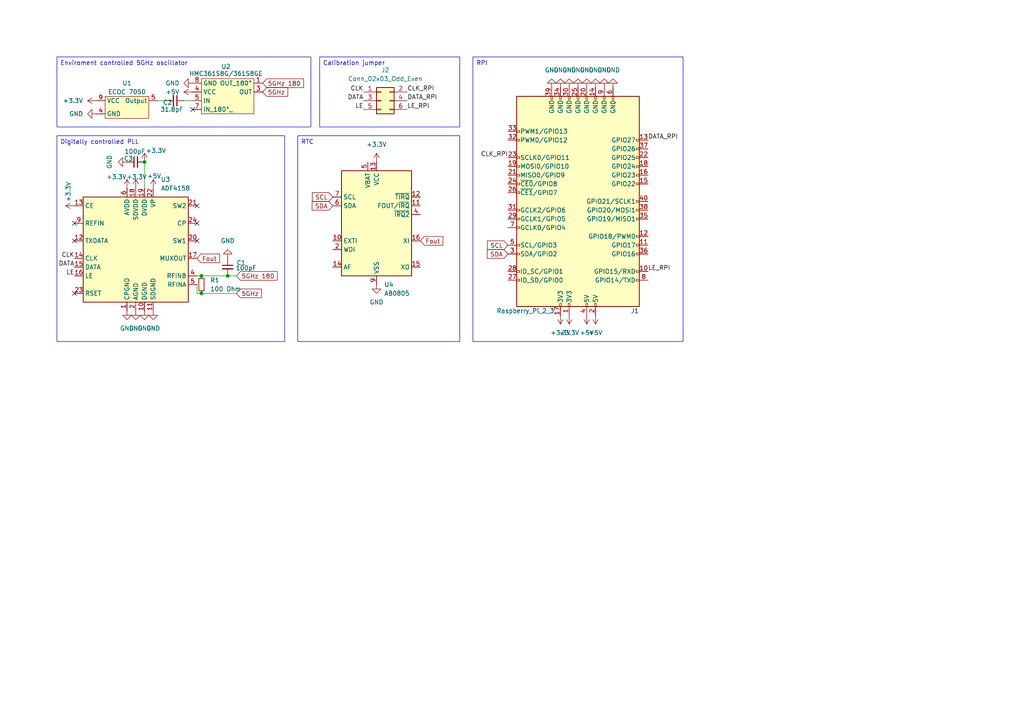
<source format=kicad_sch>
(kicad_sch (version 20231120) (generator "eeschema") (generator_version "8.0")
  (paper "A4")
  (title_block (title "time4pi") (date "2024-11-24") (rev "0.1") (company "Lightside Instruments x Heimonen Solutions"))
  (lib_symbols
    (symbol "Connector:Raspberry_Pi_2_3" (pin_names (offset 1.016))
      (property "Reference" "J" (at -17.78 31.75 0))
      (property "Value" "Raspberry_Pi_2_3" (at 10.16 -31.75 0))
      (symbol "Raspberry_Pi_2_3_0_1"
        (rectangle (start -17.78 30.48) (end 17.78 -30.48) (stroke (width 0.254)) (fill (type background)))
      )
      (symbol "Raspberry_Pi_2_3_1_1"
        (rectangle (start -16.891 -17.526) (end -17.78 -18.034))
        (rectangle (start -16.891 -14.986) (end -17.78 -15.494))
        (rectangle (start -16.891 -12.446) (end -17.78 -12.954))
        (rectangle (start -16.891 -9.906) (end -17.78 -10.414))
        (rectangle (start -16.891 -7.366) (end -17.78 -7.874))
        (rectangle (start -16.891 -4.826) (end -17.78 -5.334))
        (rectangle (start -16.891 0.254) (end -17.78 -0.254))
        (rectangle (start -16.891 2.794) (end -17.78 2.286))
        (rectangle (start -16.891 5.334) (end -17.78 4.826))
        (rectangle (start -16.891 10.414) (end -17.78 9.906))
        (rectangle (start -16.891 12.954) (end -17.78 12.446))
        (rectangle (start -16.891 15.494) (end -17.78 14.986))
        (rectangle (start -16.891 20.574) (end -17.78 20.066))
        (rectangle (start -16.891 23.114) (end -17.78 22.606))
        (rectangle (start -10.414 -29.591) (end -9.906 -30.48))
        (rectangle (start -7.874 -29.591) (end -7.366 -30.48))
        (rectangle (start -5.334 -29.591) (end -4.826 -30.48))
        (rectangle (start -5.334 30.48) (end -4.826 29.591))
        (rectangle (start -2.794 -29.591) (end -2.286 -30.48))
        (rectangle (start -2.794 30.48) (end -2.286 29.591))
        (rectangle (start -0.254 -29.591) (end 0.254 -30.48))
        (rectangle (start 2.286 -29.591) (end 2.794 -30.48))
        (rectangle (start 2.286 30.48) (end 2.794 29.591))
        (rectangle (start 4.826 -29.591) (end 5.334 -30.48))
        (rectangle (start 4.826 30.48) (end 5.334 29.591))
        (rectangle (start 7.366 -29.591) (end 7.874 -30.48))
        (rectangle (start 17.78 -20.066) (end 16.891 -20.574))
        (rectangle (start 17.78 -17.526) (end 16.891 -18.034))
        (rectangle (start 17.78 -12.446) (end 16.891 -12.954))
        (rectangle (start 17.78 -9.906) (end 16.891 -10.414))
        (rectangle (start 17.78 -7.366) (end 16.891 -7.874))
        (rectangle (start 17.78 -4.826) (end 16.891 -5.334))
        (rectangle (start 17.78 -2.286) (end 16.891 -2.794))
        (rectangle (start 17.78 2.794) (end 16.891 2.286))
        (rectangle (start 17.78 5.334) (end 16.891 4.826))
        (rectangle (start 17.78 7.874) (end 16.891 7.366))
        (rectangle (start 17.78 12.954) (end 16.891 12.446))
        (rectangle (start 17.78 15.494) (end 16.891 14.986))
        (rectangle (start 17.78 20.574) (end 16.891 20.066))
        (rectangle (start 17.78 23.114) (end 16.891 22.606))
        (pin power_in line (at 2.54 33.02 270) (length 2.54) (name "3V3") (number "1"))
        (pin bidirectional line (at -20.32 20.32 0) (length 2.54) (name "GPIO15/RXD") (number "10"))
        (pin bidirectional line (at -20.32 12.7 0) (length 2.54) (name "GPIO17") (number "11"))
        (pin bidirectional line (at -20.32 10.16 0) (length 2.54) (name "GPIO18/PWM0") (number "12"))
        (pin bidirectional line (at -20.32 -17.78 0) (length 2.54) (name "GPIO27") (number "13"))
        (pin power_in line (at -5.08 -33.02 90) (length 2.54) (name "GND") (number "14"))
        (pin bidirectional line (at -20.32 -5.08 0) (length 2.54) (name "GPIO22") (number "15"))
        (pin bidirectional line (at -20.32 -7.62 0) (length 2.54) (name "GPIO23") (number "16"))
        (pin power_in line (at 5.08 33.02 270) (length 2.54) (name "3V3") (number "17"))
        (pin bidirectional line (at -20.32 -10.16 0) (length 2.54) (name "GPIO24") (number "18"))
        (pin bidirectional line (at 20.32 -10.16 180) (length 2.54) (name "MOSI0/GPIO10") (number "19"))
        (pin power_in line (at -5.08 33.02 270) (length 2.54) (name "5V") (number "2"))
        (pin power_in line (at -2.54 -33.02 90) (length 2.54) (name "GND") (number "20"))
        (pin bidirectional line (at 20.32 -7.62 180) (length 2.54) (name "MISO0/GPIO9") (number "21"))
        (pin bidirectional line (at -20.32 -12.7 0) (length 2.54) (name "GPIO25") (number "22"))
        (pin bidirectional line (at 20.32 -12.7 180) (length 2.54) (name "SCLK0/GPIO11") (number "23"))
        (pin bidirectional line (at 20.32 -5.08 180) (length 2.54) (name "~{CE0}/GPIO8") (number "24"))
        (pin power_in line (at 0 -33.02 90) (length 2.54) (name "GND") (number "25"))
        (pin bidirectional line (at 20.32 -2.54 180) (length 2.54) (name "~{CE1}/GPIO7") (number "26"))
        (pin bidirectional line (at 20.32 22.86 180) (length 2.54) (name "ID_SD/GPIO0") (number "27"))
        (pin bidirectional line (at 20.32 20.32 180) (length 2.54) (name "ID_SC/GPIO1") (number "28"))
        (pin bidirectional line (at 20.32 5.08 180) (length 2.54) (name "GCLK1/GPIO5") (number "29"))
        (pin bidirectional line (at 20.32 15.24 180) (length 2.54) (name "SDA/GPIO2") (number "3"))
        (pin power_in line (at 2.54 -33.02 90) (length 2.54) (name "GND") (number "30"))
        (pin bidirectional line (at 20.32 2.54 180) (length 2.54) (name "GCLK2/GPIO6") (number "31"))
        (pin bidirectional line (at 20.32 -17.78 180) (length 2.54) (name "PWM0/GPIO12") (number "32"))
        (pin bidirectional line (at 20.32 -20.32 180) (length 2.54) (name "PWM1/GPIO13") (number "33"))
        (pin power_in line (at 5.08 -33.02 90) (length 2.54) (name "GND") (number "34"))
        (pin bidirectional line (at -20.32 5.08 0) (length 2.54) (name "GPIO19/MISO1") (number "35"))
        (pin bidirectional line (at -20.32 15.24 0) (length 2.54) (name "GPIO16") (number "36"))
        (pin bidirectional line (at -20.32 -15.24 0) (length 2.54) (name "GPIO26") (number "37"))
        (pin bidirectional line (at -20.32 2.54 0) (length 2.54) (name "GPIO20/MOSI1") (number "38"))
        (pin power_in line (at 7.62 -33.02 90) (length 2.54) (name "GND") (number "39"))
        (pin power_in line (at -2.54 33.02 270) (length 2.54) (name "5V") (number "4"))
        (pin bidirectional line (at -20.32 0 0) (length 2.54) (name "GPIO21/SCLK1") (number "40"))
        (pin bidirectional line (at 20.32 12.7 180) (length 2.54) (name "SCL/GPIO3") (number "5"))
        (pin power_in line (at -10.16 -33.02 90) (length 2.54) (name "GND") (number "6"))
        (pin bidirectional line (at 20.32 7.62 180) (length 2.54) (name "GCLK0/GPIO4") (number "7"))
        (pin bidirectional line (at -20.32 22.86 0) (length 2.54) (name "GPIO14/TXD") (number "8"))
        (pin power_in line (at -7.62 -33.02 90) (length 2.54) (name "GND") (number "9"))
      )
    )
    (symbol "Connector_Generic:Conn_02x03_Odd_Even" (pin_names (offset 1.016) hide)
      (property "Reference" "J" (at 1.27 5.08 0))
      (property "Value" "Conn_02x03_Odd_Even" (at 1.27 -5.08 0))
      (symbol "Conn_02x03_Odd_Even_1_1"
        (rectangle (start -1.27 -2.413) (end 0 -2.667) (stroke (width 0.1524)))
        (rectangle (start -1.27 0.127) (end 0 -0.127) (stroke (width 0.1524)))
        (rectangle (start -1.27 2.667) (end 0 2.413) (stroke (width 0.1524)))
        (rectangle (start -1.27 3.81) (end 3.81 -3.81) (stroke (width 0.254)) (fill (type background)))
        (rectangle (start 3.81 -2.413) (end 2.54 -2.667) (stroke (width 0.1524)))
        (rectangle (start 3.81 0.127) (end 2.54 -0.127) (stroke (width 0.1524)))
        (rectangle (start 3.81 2.667) (end 2.54 2.413) (stroke (width 0.1524)))
        (pin passive line (at -5.08 2.54 0) (length 3.81) (name "Pin_1") (number "1"))
        (pin passive line (at 7.62 2.54 180) (length 3.81) (name "Pin_2") (number "2"))
        (pin passive line (at -5.08 0 0) (length 3.81) (name "Pin_3") (number "3"))
        (pin passive line (at 7.62 0 180) (length 3.81) (name "Pin_4") (number "4"))
        (pin passive line (at -5.08 -2.54 0) (length 3.81) (name "Pin_5") (number "5"))
        (pin passive line (at 7.62 -2.54 180) (length 3.81) (name "Pin_6") (number "6"))
      )
    )
    (symbol "Device:C_Small" (pin_numbers hide) (pin_names (offset 0.254) hide)
      (property "Reference" "C" (at 0.254 1.778 0))
      (property "Value" "C_Small" (at 0.254 -2.032 0))
      (symbol "C_Small_0_1"
        (polyline (pts (xy -1.524 -0.508) (xy 1.524 -0.508)) (stroke (width 0.3302)))
        (polyline (pts (xy -1.524 0.508) (xy 1.524 0.508)) (stroke (width 0.3048)))
      )
      (symbol "C_Small_1_1"
        (pin passive line (at 0 2.54 270) (length 2.032) (name "~") (number "1"))
        (pin passive line (at 0 -2.54 90) (length 2.032) (name "~") (number "2"))
      )
    )
    (symbol "Device:R_Small" (pin_numbers hide) (pin_names (offset 0.254) hide)
      (property "Reference" "R" (at 0.762 0.508 0))
      (property "Value" "R_Small" (at 0.762 -1.016 0))
      (symbol "R_Small_0_1"
        (rectangle (start -0.762 1.778) (end 0.762 -1.778) (stroke (width 0.2032)))
      )
      (symbol "R_Small_1_1"
        (pin passive line (at 0 2.54 270) (length 0.762) (name "~") (number "1"))
        (pin passive line (at 0 -2.54 90) (length 0.762) (name "~") (number "2"))
      )
    )
    (symbol "Timer_PLL:ADF4158"
      (property "Reference" "U" (at 0 2.54 0))
      (property "Value" "ADF4158" (at 0 0 0))
      (symbol "ADF4158_0_1"
        (rectangle (start -15.24 15.24) (end 15.24 -15.24) (stroke (width 0.254)) (fill (type background)))
      )
      (symbol "ADF4158_1_1"
        (pin power_in line (at -2.54 -17.78 90) (length 2.54) (name "CPGND") (number "1"))
        (pin power_in line (at 2.54 -17.78 90) (length 2.54) (name "DGND") (number "10"))
        (pin power_in line (at 5.08 -17.78 90) (length 2.54) (name "SDGND") (number "11"))
        (pin input line (at -17.78 2.54 0) (length 2.54) (name "TXDATA") (number "12"))
        (pin input line (at -17.78 12.7 0) (length 2.54) (name "CE") (number "13"))
        (pin input line (at -17.78 -2.54 0) (length 2.54) (name "CLK") (number "14"))
        (pin input line (at -17.78 -5.08 0) (length 2.54) (name "DATA") (number "15"))
        (pin input line (at -17.78 -7.62 0) (length 2.54) (name "LE") (number "16"))
        (pin output line (at 17.78 -2.54 180) (length 2.54) (name "MUXOUT") (number "17"))
        (pin power_in line (at 0 17.78 270) (length 2.54) (name "SDVDD") (number "18"))
        (pin power_in line (at 2.54 17.78 270) (length 2.54) (name "DVDD") (number "19"))
        (pin power_in line (at 0 -17.78 90) (length 2.54) (name "AGND") (number "2"))
        (pin passive line (at 17.78 2.54 180) (length 2.54) (name "SW1") (number "20"))
        (pin passive line (at 17.78 12.7 180) (length 2.54) (name "SW2") (number "21"))
        (pin power_in line (at 5.08 17.78 270) (length 2.54) (name "VP") (number "22"))
        (pin passive line (at -17.78 -12.7 0) (length 2.54) (name "RSET") (number "23"))
        (pin output line (at 17.78 7.62 180) (length 2.54) (name "CP") (number "24"))
        (pin passive line (at 0 -17.78 90) (length 2.54) hide (name "AGND") (number "25"))
        (pin passive line (at 0 -17.78 90) (length 2.54) hide (name "AGND") (number "3"))
        (pin input line (at 17.78 -7.62 180) (length 2.54) (name "RFINB") (number "4"))
        (pin input line (at 17.78 -10.16 180) (length 2.54) (name "RFINA") (number "5"))
        (pin power_in line (at -2.54 17.78 270) (length 2.54) (name "AVDD") (number "6"))
        (pin passive line (at -2.54 17.78 270) (length 2.54) hide (name "AVDD") (number "7"))
        (pin passive line (at -2.54 17.78 270) (length 2.54) hide (name "AVDD") (number "8"))
        (pin input line (at -17.78 7.62 0) (length 2.54) (name "REFIN") (number "9"))
      )
    )
    (symbol "Timer_RTC:AB0805"
      (property "Reference" "U" (at -8.89 16.51 0))
      (property "Value" "AB0805" (at 2.54 16.51 0))
      (symbol "AB0805_0_1"
        (rectangle (start -10.16 15.24) (end 10.16 -15.24) (stroke (width 0.254)) (fill (type background)))
      )
      (symbol "AB0805_1_1"
        (pin no_connect line (at -10.16 -2.54 0) (length 2.54) hide (name "NC") (number "1"))
        (pin input line (at -12.7 -5.08 0) (length 2.54) (name "EXTI") (number "10"))
        (pin open_collector line (at 12.7 5.08 180) (length 2.54) (name "FOUT/~{IRQ}") (number "11"))
        (pin open_collector line (at 12.7 7.62 180) (length 2.54) (name "~{TIRQ}") (number "12"))
        (pin power_in line (at 0 17.78 270) (length 2.54) (name "VCC") (number "13"))
        (pin passive line (at -12.7 -12.7 0) (length 2.54) (name "AF") (number "14"))
        (pin output line (at 12.7 -12.7 180) (length 2.54) (name "XO") (number "15"))
        (pin input line (at 12.7 -5.08 180) (length 2.54) (name "XI") (number "16"))
        (pin passive line (at 0 -17.78 90) (length 2.54) hide (name "VSS") (number "17"))
        (pin input line (at -12.7 -7.62 0) (length 2.54) (name "WDI") (number "2"))
        (pin no_connect line (at -10.16 -10.16 0) (length 2.54) hide (name "NC") (number "3"))
        (pin open_collector line (at 12.7 2.54 180) (length 2.54) (name "~{IRQ2}") (number "4"))
        (pin power_in line (at -2.54 17.78 270) (length 2.54) (name "VBAT") (number "5"))
        (pin bidirectional line (at -12.7 5.08 0) (length 2.54) (name "SDA") (number "6"))
        (pin input line (at -12.7 7.62 0) (length 2.54) (name "SCL") (number "7"))
        (pin no_connect line (at 10.16 0 180) (length 2.54) hide (name "NC") (number "8"))
        (pin power_in line (at 0 -17.78 90) (length 2.54) (name "VSS") (number "9"))
      )
    )
    (symbol "lsi:ECOC_7050"
      (property "Reference" "U1" (at 0 2.54 0))
      (property "Value" "ECOC 7050" (at 0 0 0))
      (symbol "ECOC_7050_1_1"
        (rectangle (start -6.35 -1.27) (end 6.35 -7.62) (fill (type background)))
        (pin input line (at -8.89 -6.35 0) (length 2.54) (name "GND") (number "4"))
        (pin input line (at 8.89 -2.54 180) (length 2.54) (name "Output") (number "5"))
        (pin input line (at -8.89 -2.54 0) (length 2.54) (name "VCC") (number "9"))
      )
    )
    (symbol "lsi:HMC361S8G/361S8GE"
      (property "Reference" "U2" (at 2.032 1.016 0))
      (property "Value" "HMC361S8G/361S8GE" (at 2.032 -1.016 0))
      (symbol "HMC361S8G/361S8GE_1_1"
        (rectangle (start -5.08 -2.54) (end 10.16 -12.7) (fill (type background)))
        (pin input line (at 12.7 -3.81 180) (length 2.54) (name "OUT_180°") (number "1"))
        (pin input line (at 12.7 -6.35 180) (length 2.54) (name "OUT") (number "3"))
        (pin input line (at -7.62 -6.35 0) (length 2.54) (name "VCC") (number "4"))
        (pin input line (at -7.62 -8.89 0) (length 2.54) (name "IN") (number "5"))
        (pin input line (at -7.62 -11.43 0) (length 2.54) (name "IN_180°_") (number "7"))
        (pin input line (at -7.62 -3.81 0) (length 2.54) (name "GND") (number "8"))
      )
    )
    (symbol "power:+3.3V" (power) (pin_numbers hide) (pin_names (offset 0) hide)
      (property "Value" "+3.3V" (at 0 3.556 0))
      (symbol "+3.3V_0_1"
        (polyline (pts (xy -0.762 1.27) (xy 0 2.54)))
        (polyline (pts (xy 0 0) (xy 0 2.54)))
        (polyline (pts (xy 0 2.54) (xy 0.762 1.27)))
      )
      (symbol "+3.3V_1_1"
        (pin power_in line (at 0 0 90) (length 0) (name "~") (number "1"))
      )
    )
    (symbol "power:+5V" (power) (pin_numbers hide) (pin_names (offset 0) hide)
      (property "Value" "+5V" (at 0 3.556 0))
      (symbol "+5V_0_1"
        (polyline (pts (xy -0.762 1.27) (xy 0 2.54)))
        (polyline (pts (xy 0 0) (xy 0 2.54)))
        (polyline (pts (xy 0 2.54) (xy 0.762 1.27)))
      )
      (symbol "+5V_1_1"
        (pin power_in line (at 0 0 90) (length 0) (name "~") (number "1"))
      )
    )
    (symbol "power:GND" (power) (pin_numbers hide) (pin_names (offset 0) hide)
      (property "Value" "GND" (at 0 -3.81 0))
      (symbol "GND_0_1"
        (polyline (pts (xy 0 0) (xy 0 -1.27) (xy 1.27 -1.27) (xy 0 -2.54) (xy -1.27 -1.27) (xy 0 -1.27)))
      )
      (symbol "GND_1_1"
        (pin power_in line (at 0 0 270) (length 0) (name "~") (number "1"))
      )
    )
  )
  (junction (at 66.04 80.01))
  (junction (at 41.91 46.99))
  (junction (at 58.42 80.01))
  (junction (at 58.42 85.09))
  (no_connect (at 57.15 59.69))
  (no_connect (at 57.15 69.85))
  (no_connect (at 57.15 64.77))
  (no_connect (at 21.59 69.85))
  (no_connect (at 21.59 64.77))
  (no_connect (at 21.59 85.09))
  (no_connect (at 55.88 31.75))
  (wire (pts (xy 66.04 80.01) (xy 68.58 80.01)))
  (wire (pts (xy 45.72 29.21) (xy 48.26 29.21)))
  (wire (pts (xy 53.34 29.21) (xy 55.88 29.21)))
  (wire (pts (xy 58.42 80.01) (xy 57.15 80.01)))
  (wire (pts (xy 58.42 85.09) (xy 68.58 85.09)))
  (wire (pts (xy 41.91 46.99) (xy 41.91 54.61)))
  (wire (pts (xy 57.15 85.09) (xy 57.15 82.55)))
  (wire (pts (xy 58.42 80.01) (xy 66.04 80.01)))
  (wire (pts (xy 58.42 85.09) (xy 57.15 85.09)))
  (text_box "Digitally controlled PLL" (at 16.51 39.37 0) (size 66.04 59.69) (effects (font (size 1.27 1.27)) (justify left top)))
  (text_box "Calibration jumper" (at 92.71 16.51 0) (size 40.64 20.32) (effects (font (size 1.27 1.27)) (justify left top)))
  (text_box "RTC" (at 86.36 39.37 0) (size 46.99 59.69) (effects (font (size 1.27 1.27)) (justify left top)))
  (text_box "Enviroment controlled 5GHz oscillator" (at 16.51 16.51 0) (size 73.66 20.32) (effects (font (size 1.27 1.27)) (justify left top)))
  (text_box "RPI" (at 137.16 16.51 0) (size 60.96 82.55) (effects (font (size 1.27 1.27)) (justify left top)))
  (label "CLK_RPI" (at 147.32 45.72 180))
  (label "CLK" (at 21.59 74.93 180))
  (label "DATA_RPI" (at 118.11 29.21 0))
  (label "DATA" (at 21.59 77.47 180))
  (label "DATA_RPI" (at 187.96 40.64 0))
  (label "CLK_RPI" (at 118.11 26.67 0))
  (label "LE" (at 21.59 80.01 180))
  (label "LE_RPI" (at 118.11 31.75 0))
  (label "LE" (at 105.41 31.75 180))
  (label "LE_RPI" (at 187.96 78.74 0))
  (label "CLK" (at 105.41 26.67 180))
  (label "DATA" (at 105.41 29.21 180))
  (global_label "SDA" (shape input) (at 147.32 73.66 180) (property "Intersheetrefs" "${INTERSHEET_REFS}" (effects (hide yes))))
  (global_label "SCL" (shape input) (at 96.52 57.15 180) (property "Intersheetrefs" "${INTERSHEET_REFS}" (effects (hide yes))))
  (global_label "SDA" (shape input) (at 96.52 59.69 180) (property "Intersheetrefs" "${INTERSHEET_REFS}" (effects (hide yes))))
  (global_label "5GHz" (shape input) (at 68.58 85.09 0) (property "Intersheetrefs" "${INTERSHEET_REFS}" (effects (hide yes))))
  (global_label "5GHz 180" (shape input) (at 76.2 24.13 0) (property "Intersheetrefs" "${INTERSHEET_REFS}" (effects (hide yes))))
  (global_label "Fout" (shape input) (at 57.15 74.93 0) (property "Intersheetrefs" "${INTERSHEET_REFS}" (effects (hide yes))))
  (global_label "5GHz 180" (shape input) (at 68.58 80.01 0) (property "Intersheetrefs" "${INTERSHEET_REFS}" (effects (hide yes))))
  (global_label "Fout" (shape input) (at 121.92 69.85 0) (property "Intersheetrefs" "${INTERSHEET_REFS}" (effects (hide yes))))
  (global_label "5GHz" (shape input) (at 76.2 26.67 0) (property "Intersheetrefs" "${INTERSHEET_REFS}" (effects (hide yes))))
  (global_label "SCL" (shape input) (at 147.32 71.12 180) (property "Intersheetrefs" "${INTERSHEET_REFS}" (effects (hide yes))))
  (symbol (lib_id "Connector_Generic:Conn_02x03_Odd_Even") (at 110.49 29.21 0) (unit 1)
    (property "Reference" "J2" (at 111.76 20.32 0))
    (property "Value" "Conn_02x03_Odd_Even" (at 111.76 22.86 0))
    (property "Description" "Generic connector, double row, 02x03, odd/even pin numbering scheme (row 1 odd numbers, row 2 even numbers), script generated (kicad-library-utils/schlib/autogen/connector/)" (effects (hide yes)))
  )
  (symbol (lib_id "power:GND") (at 175.26 25.4 180) (unit 1)
    (property "Reference" "#PWR023" (effects (hide yes)))
    (property "Value" "GND" (at 175.26 20.32 0))
    (property "Description" "Power symbol creates a global label with name \"GND\" , ground" (effects (hide yes)))
  )
  (symbol (lib_id "power:+3.3V") (at 41.91 46.99 0) (unit 1)
    (property "Reference" "#PWR011" (effects (hide yes)))
    (property "Value" "+3.3V" (at 45.212 43.688 0))
    (property "Description" "Power symbol creates a global label with name \"+3.3V\"" (effects (hide yes)))
  )
  (symbol (lib_id "power:+3.3V") (at 162.56 91.44 180) (unit 1)
    (property "Reference" "#PWR026" (effects (hide yes)))
    (property "Value" "+3.3V" (at 162.56 96.52 0))
    (property "Description" "Power symbol creates a global label with name \"+3.3V\"" (effects (hide yes)))
  )
  (symbol (lib_id "power:GND") (at 170.18 25.4 180) (unit 1)
    (property "Reference" "#PWR022" (effects (hide yes)))
    (property "Value" "GND" (at 170.18 20.32 0))
    (property "Description" "Power symbol creates a global label with name \"GND\" , ground" (effects (hide yes)))
  )
  (symbol (lib_id "power:+3.3V") (at 21.59 59.69 90) (unit 1)
    (property "Reference" "#PWR015" (effects (hide yes)))
    (property "Value" "+3.3V" (at 19.812 55.626 0))
    (property "Description" "Power symbol creates a global label with name \"+3.3V\"" (effects (hide yes)))
  )
  (symbol (lib_id "power:GND") (at 39.37 90.17 0) (unit 1)
    (property "Reference" "#PWR07" (effects (hide yes)))
    (property "Value" "GND" (at 39.37 95.25 0))
    (property "Description" "Power symbol creates a global label with name \"GND\" , ground" (effects (hide yes)))
  )
  (symbol (lib_id "power:GND") (at 36.83 46.99 270) (unit 1)
    (property "Reference" "#PWR014" (effects (hide yes)))
    (property "Value" "GND" (at 31.75 46.99 0))
    (property "Description" "Power symbol creates a global label with name \"GND\" , ground" (effects (hide yes)))
  )
  (symbol (lib_id "power:+5V") (at 170.18 91.44 180) (unit 1)
    (property "Reference" "#PWR028" (effects (hide yes)))
    (property "Value" "+5V" (at 170.18 96.52 0))
    (property "Description" "Power symbol creates a global label with name \"+5V\"" (effects (hide yes)))
  )
  (symbol (lib_id "power:GND") (at 55.88 24.13 270) (unit 1)
    (property "Reference" "#PWR01" (effects (hide yes)))
    (property "Value" "GND" (at 52.07 24.1299 90) (effects (justify right)))
    (property "Description" "Power symbol creates a global label with name \"GND\" , ground" (effects (hide yes)))
  )
  (symbol (lib_id "Timer_PLL:ADF4158") (at 39.37 72.39 0) (unit 1)
    (property "Reference" "U3" (at 46.6441 52.07 0) (effects (justify left)))
    (property "Value" "ADF4158" (at 46.6441 54.61 0) (effects (justify left)))
    (property "Footprint" "Package_CSP:LFCSP-24-1EP_4x4mm_P0.5mm_EP2.5x2.5mm" (effects (hide yes)))
    (property "Datasheet" "https://www.analog.com/media/en/technical-documentation/data-sheets/ADF4158.pdf" (effects (hide yes)))
    (property "Description" "0.5-6.1GHz fractional-N PLL, LFCSP-24" (effects (hide yes)))
  )
  (symbol (lib_id "Device:R_Small") (at 58.42 82.55 0) (unit 1)
    (property "Reference" "R1" (at 60.96 81.2799 0) (effects (justify left)))
    (property "Value" "100 Ohm" (at 60.96 83.8199 0) (effects (justify left)))
    (property "Footprint" "Resistor_SMD:R_0201_0603Metric" (effects (hide yes)))
    (property "Description" "Resistor, small symbol" (effects (hide yes)))
  )
  (symbol (lib_id "Device:C_Small") (at 66.04 77.47 0) (unit 1)
    (property "Reference" "C1" (at 68.58 76.2062 0) (effects (justify left)))
    (property "Value" "100pF" (at 68.326 77.724 0) (effects (justify left)))
    (property "Footprint" "Capacitor_SMD:C_0201_0603Metric" (effects (hide yes)))
    (property "Description" "Unpolarized capacitor, small symbol" (effects (hide yes)))
  )
  (symbol (lib_id "power:+5V") (at 44.45 54.61 0) (unit 1)
    (property "Reference" "#PWR012" (effects (hide yes)))
    (property "Value" "+5V" (at 44.704 51.054 0))
    (property "Description" "Power symbol creates a global label with name \"+5V\"" (effects (hide yes)))
  )
  (symbol (lib_id "Connector:Raspberry_Pi_2_3") (at 167.64 58.42 180) (unit 1)
    (property "Reference" "J1" (at 184.15 90.17 0))
    (property "Value" "Raspberry_Pi_2_3" (at 152.4 90.17 0))
    (property "Footprint" "ice4pi:PinSocket_2x20_P2.54mm_Vertical_1_04mm" (effects (hide yes)))
    (property "Datasheet" "https://www.raspberrypi.org/documentation/hardware/raspberrypi/schematics/rpi_SCH_3bplus_1p0_reduced.pdf" (effects (hide yes)))
    (property "PN" "SSW-120-01-T-D-006" (effects (hide yes)))
  )
  (symbol (lib_id "power:+3.3V") (at 39.37 54.61 0) (unit 1)
    (property "Reference" "#PWR013" (effects (hide yes)))
    (property "Value" "+3.3V" (at 39.624 51.308 0))
    (property "Description" "Power symbol creates a global label with name \"+3.3V\"" (effects (hide yes)))
  )
  (symbol (lib_id "power:GND") (at 160.02 25.4 180) (unit 1)
    (property "Reference" "#PWR018" (effects (hide yes)))
    (property "Value" "GND" (at 160.02 20.32 0))
    (property "Description" "Power symbol creates a global label with name \"GND\" , ground" (effects (hide yes)))
  )
  (symbol (lib_id "power:GND") (at 167.64 25.4 180) (unit 1)
    (property "Reference" "#PWR021" (effects (hide yes)))
    (property "Value" "GND" (at 167.64 20.32 0))
    (property "Description" "Power symbol creates a global label with name \"GND\" , ground" (effects (hide yes)))
  )
  (symbol (lib_id "power:GND") (at 41.91 90.17 0) (unit 1)
    (property "Reference" "#PWR08" (effects (hide yes)))
    (property "Value" "GND" (at 41.91 95.25 0))
    (property "Description" "Power symbol creates a global label with name \"GND\" , ground" (effects (hide yes)))
  )
  (symbol (lib_id "Device:C_Small") (at 39.37 46.99 90) (unit 1)
    (property "Reference" "C3" (at 38.608 45.974 90) (effects (justify left)))
    (property "Value" "100pF" (at 42.164 43.942 90) (effects (justify left)))
    (property "Footprint" "Capacitor_SMD:C_0201_0603Metric" (effects (hide yes)))
    (property "Description" "Unpolarized capacitor, small symbol" (effects (hide yes)))
  )
  (symbol (lib_id "power:GND") (at 109.22 82.55 0) (unit 1)
    (property "Reference" "#PWR017" (effects (hide yes)))
    (property "Value" "GND" (at 109.22 87.63 0))
    (property "Description" "Power symbol creates a global label with name \"GND\" , ground" (effects (hide yes)))
  )
  (symbol (lib_id "power:+5V") (at 55.88 26.67 90) (unit 1)
    (property "Reference" "#PWR03" (effects (hide yes)))
    (property "Value" "+5V" (at 52.07 26.6699 90) (effects (justify left)))
    (property "Description" "Power symbol creates a global label with name \"+5V\"" (effects (hide yes)))
  )
  (symbol (lib_id "lsi:HMC361S8G/361S8GE") (at 63.5 20.32 0) (unit 1)
    (property "Reference" "U2" (at 65.532 19.304 0))
    (property "Value" "HMC361S8G/361S8GE" (at 65.532 21.336 0))
  )
  (symbol (lib_id "Timer_RTC:AB0805") (at 109.22 64.77 0) (unit 1)
    (property "Reference" "U4" (at 111.4141 82.55 0) (effects (justify left)))
    (property "Value" "AB0805" (at 111.4141 85.09 0) (effects (justify left)))
    (property "Footprint" "Package_DFN_QFN:VQFN-16-1EP_3x3mm_P0.5mm_EP1.8x1.8mm" (effects (hide yes)))
    (property "Datasheet" "https://abracon.com/Precisiontiming/AB08X5-RTC.PDF" (effects (hide yes)))
    (property "Description" "Real-Time Clock, I2C Interface, 3 GPO, QFN-16" (effects (hide yes)))
  )
  (symbol (lib_id "power:+3.3V") (at 36.83 54.61 0) (unit 1)
    (property "Reference" "#PWR010" (effects (hide yes)))
    (property "Value" "+3.3V" (at 33.782 51.308 0))
    (property "Description" "Power symbol creates a global label with name \"+3.3V\"" (effects (hide yes)))
  )
  (symbol (lib_id "power:GND") (at 165.1 25.4 180) (unit 1)
    (property "Reference" "#PWR020" (effects (hide yes)))
    (property "Value" "GND" (at 165.1 20.32 0))
    (property "Description" "Power symbol creates a global label with name \"GND\" , ground" (effects (hide yes)))
  )
  (symbol (lib_id "lsi:ECOC_7050") (at 36.83 26.67 0) (unit 1)
    (property "Reference" "U1" (at 36.83 24.13 0))
    (property "Value" "ECOC 7050" (at 36.83 26.67 0))
  )
  (symbol (lib_id "power:+3.3V") (at 27.94 29.21 90) (unit 1)
    (property "Reference" "#PWR04" (effects (hide yes)))
    (property "Value" "+3.3V" (at 24.13 29.2099 90) (effects (justify left)))
    (property "Description" "Power symbol creates a global label with name \"+3.3V\"" (effects (hide yes)))
  )
  (symbol (lib_id "power:GND") (at 172.72 25.4 180) (unit 1)
    (property "Reference" "#PWR024" (effects (hide yes)))
    (property "Value" "GND" (at 172.72 20.32 0))
    (property "Description" "Power symbol creates a global label with name \"GND\" , ground" (effects (hide yes)))
  )
  (symbol (lib_id "power:GND") (at 44.45 90.17 0) (unit 1)
    (property "Reference" "#PWR09" (effects (hide yes)))
    (property "Value" "GND" (at 44.45 95.25 0))
    (property "Description" "Power symbol creates a global label with name \"GND\" , ground" (effects (hide yes)))
  )
  (symbol (lib_id "power:+3.3V") (at 165.1 91.44 180) (unit 1)
    (property "Reference" "#PWR027" (effects (hide yes)))
    (property "Value" "+3.3V" (at 165.1 96.52 0))
    (property "Description" "Power symbol creates a global label with name \"+3.3V\"" (effects (hide yes)))
  )
  (symbol (lib_id "Device:C_Small") (at 50.8 29.21 270) (unit 1)
    (property "Reference" "C2" (at 47.244 29.718 90) (effects (justify left)))
    (property "Value" "31.8pF" (at 46.482 31.75 90) (effects (justify left)))
    (property "Footprint" "Capacitor_SMD:C_0201_0603Metric" (effects (hide yes)))
    (property "Description" "Unpolarized capacitor, small symbol" (effects (hide yes)))
  )
  (symbol (lib_id "power:+3.3V") (at 109.22 46.99 0) (unit 1)
    (property "Reference" "#PWR016" (effects (hide yes)))
    (property "Value" "+3.3V" (at 109.22 41.91 0))
    (property "Description" "Power symbol creates a global label with name \"+3.3V\"" (effects (hide yes)))
  )
  (symbol (lib_id "power:GND") (at 27.94 33.02 270) (unit 1)
    (property "Reference" "#PWR02" (effects (hide yes)))
    (property "Value" "GND" (at 24.13 33.0199 90) (effects (justify right)))
    (property "Description" "Power symbol creates a global label with name \"GND\" , ground" (effects (hide yes)))
  )
  (symbol (lib_id "power:+5V") (at 172.72 91.44 180) (unit 1)
    (property "Reference" "#PWR029" (effects (hide yes)))
    (property "Value" "+5V" (at 172.72 96.52 0))
    (property "Description" "Power symbol creates a global label with name \"+5V\"" (effects (hide yes)))
  )
  (symbol (lib_id "power:GND") (at 36.83 90.17 0) (unit 1)
    (property "Reference" "#PWR06" (effects (hide yes)))
    (property "Value" "GND" (at 36.83 95.25 0))
    (property "Description" "Power symbol creates a global label with name \"GND\" , ground" (effects (hide yes)))
  )
  (symbol (lib_id "power:GND") (at 162.56 25.4 180) (unit 1)
    (property "Reference" "#PWR019" (effects (hide yes)))
    (property "Value" "GND" (at 162.56 20.32 0))
    (property "Description" "Power symbol creates a global label with name \"GND\" , ground" (effects (hide yes)))
  )
  (symbol (lib_id "power:GND") (at 177.8 25.4 180) (unit 1)
    (property "Reference" "#PWR025" (effects (hide yes)))
    (property "Value" "GND" (at 177.8 20.32 0))
    (property "Description" "Power symbol creates a global label with name \"GND\" , ground" (effects (hide yes)))
  )
  (symbol (lib_id "power:GND") (at 66.04 74.93 180) (unit 1)
    (property "Reference" "#PWR05" (effects (hide yes)))
    (property "Value" "GND" (at 66.04 69.85 0))
    (property "Description" "Power symbol creates a global label with name \"GND\" , ground" (effects (hide yes)))
  )
)
</source>
